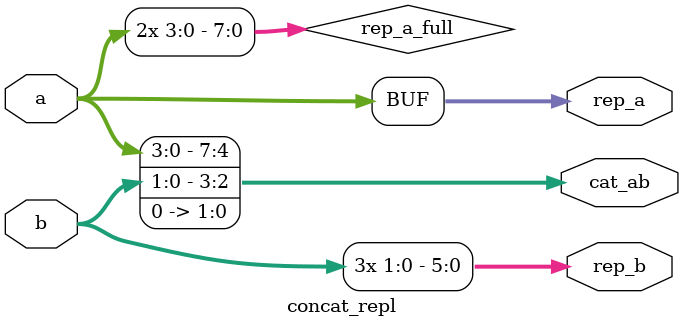
<source format=sv>


module concat_repl (
    input  wire [3:0]  a,
    input  wire [1:0]  b,
    output wire [7:0]  cat_ab,
    output wire [3:0]  rep_a,
    output wire [5:0]  rep_b
);
    // Concatenate a[3:0], b[1:0], and two zeros -> 8 bits
    assign cat_ab = { a, b, 2'b00 };

    // Replicate a twice → 8 bits, then take lower 4 bits
    wire [7:0] rep_a_full = { a, a };
    assign rep_a = rep_a_full[3:0];

    // Replicate b three times → 6 bits
    assign rep_b = { b, b, b };
endmodule

</source>
